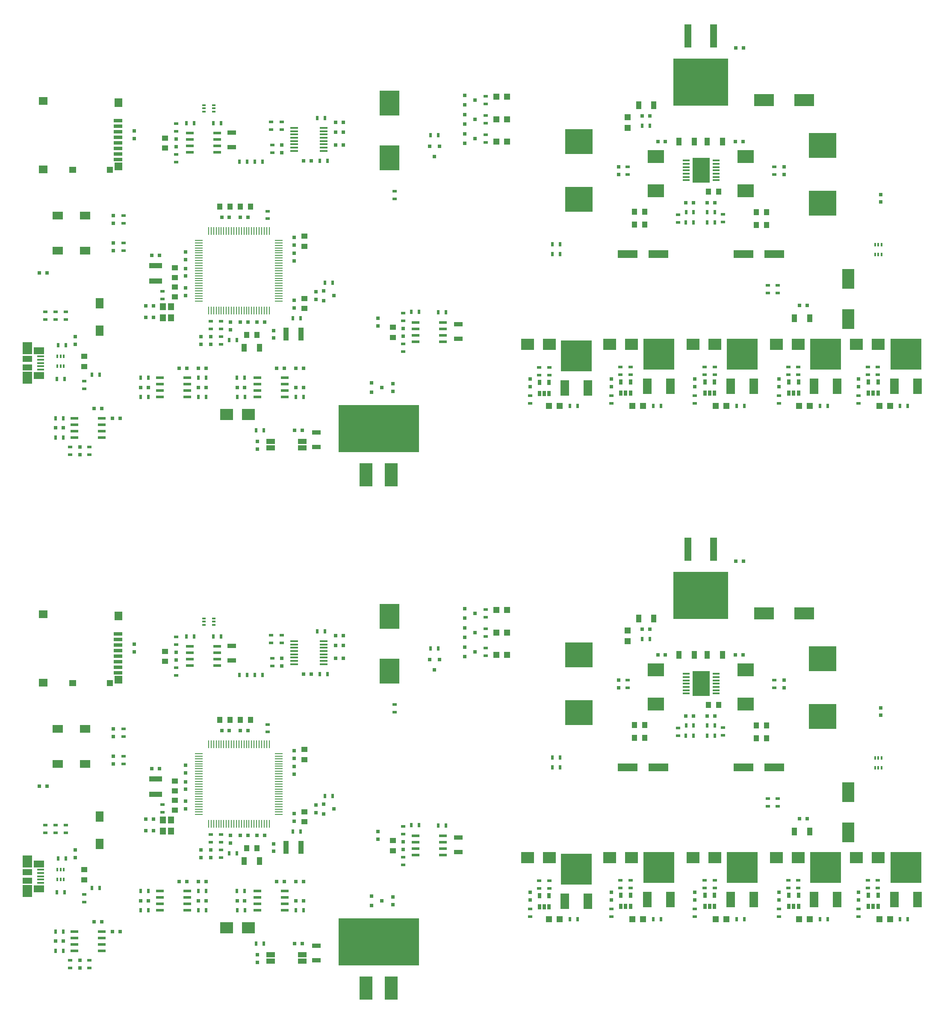
<source format=gbr>
G04 #@! TF.FileFunction,Paste,Top*
%FSLAX46Y46*%
G04 Gerber Fmt 4.6, Leading zero omitted, Abs format (unit mm)*
G04 Created by KiCad (PCBNEW 4.0.2-stable) date 4/20/2016 1:41:14 PM*
%MOMM*%
G01*
G04 APERTURE LIST*
%ADD10C,0.100000*%
%ADD11R,0.750000X0.800000*%
%ADD12R,1.250000X1.000000*%
%ADD13R,0.500000X0.900000*%
%ADD14R,2.500000X1.000000*%
%ADD15R,0.900000X0.500000*%
%ADD16R,1.700000X0.900000*%
%ADD17R,0.800100X0.800100*%
%ADD18R,1.500000X0.280000*%
%ADD19R,0.280000X1.500000*%
%ADD20R,0.398780X0.749300*%
%ADD21R,1.000000X1.250000*%
%ADD22R,4.000500X1.600200*%
%ADD23R,0.800000X0.750000*%
%ADD24R,1.450000X0.450000*%
%ADD25R,3.400000X5.000000*%
%ADD26R,3.299460X2.499360*%
%ADD27R,5.400040X5.000000*%
%ADD28R,4.000500X2.400300*%
%ADD29R,1.000000X1.600000*%
%ADD30R,1.198880X1.198880*%
%ADD31R,10.800000X9.400000*%
%ADD32R,1.390000X4.600000*%
%ADD33R,1.651000X3.048000*%
%ADD34R,6.096000X6.096000*%
%ADD35R,0.650000X1.060000*%
%ADD36R,2.499360X2.301240*%
%ADD37R,2.400300X4.000500*%
%ADD38R,1.500000X0.450000*%
%ADD39R,4.000000X5.000000*%
%ADD40R,1.000000X2.500000*%
%ADD41R,1.550000X0.600000*%
%ADD42R,1.700000X1.000000*%
%ADD43R,2.000000X1.600000*%
%ADD44R,0.749300X0.398780*%
%ADD45R,1.678940X0.800100*%
%ADD46R,1.300480X1.290320*%
%ADD47R,1.699260X1.501140*%
%ADD48R,1.501140X1.699260*%
%ADD49R,1.399540X1.290320*%
%ADD50R,1.501140X1.600200*%
%ADD51R,1.200000X1.400000*%
%ADD52R,1.600000X2.000000*%
%ADD53R,1.897380X1.173480*%
%ADD54R,1.897380X2.374900*%
%ADD55R,2.100580X1.473200*%
%ADD56R,1.379220X0.449580*%
%ADD57R,2.500000X4.600000*%
%ADD58R,15.880000X9.400000*%
G04 APERTURE END LIST*
D10*
D11*
X111252000Y-201156000D03*
X111252000Y-199656000D03*
D12*
X113284000Y-201279000D03*
X113284000Y-199279000D03*
D13*
X111010000Y-203200000D03*
X112510000Y-203200000D03*
D14*
X83820000Y-195810000D03*
X83820000Y-192810000D03*
D11*
X111252000Y-190385000D03*
X111252000Y-191885000D03*
D15*
X106045000Y-182015000D03*
X106045000Y-183515000D03*
D16*
X143764000Y-204417000D03*
X143764000Y-207317000D03*
D13*
X139839000Y-202057000D03*
X141339000Y-202057000D03*
D11*
X115570000Y-198005000D03*
X115570000Y-199505000D03*
D17*
X117109240Y-197805000D03*
X117109240Y-199705000D03*
X119108220Y-198755000D03*
D13*
X118860000Y-196215000D03*
X117360000Y-196215000D03*
D15*
X96774000Y-208395000D03*
X96774000Y-206895000D03*
D13*
X99937000Y-207518000D03*
X98437000Y-207518000D03*
D15*
X94742000Y-203847000D03*
X94742000Y-205347000D03*
X96774000Y-203847000D03*
X96774000Y-205347000D03*
D11*
X127889000Y-204712000D03*
X127889000Y-203212000D03*
D12*
X130810000Y-206994000D03*
X130810000Y-204994000D03*
D15*
X132842000Y-203696000D03*
X132842000Y-202196000D03*
D13*
X134505000Y-201930000D03*
X136005000Y-201930000D03*
D11*
X132842000Y-206744000D03*
X132842000Y-205244000D03*
X89797000Y-193360476D03*
X89797000Y-194860476D03*
D12*
X87630000Y-193183000D03*
X87630000Y-195183000D03*
D11*
X89789000Y-191631000D03*
X89789000Y-190131000D03*
D18*
X92430000Y-187802000D03*
X92430000Y-188302000D03*
X92430000Y-188802000D03*
X92430000Y-189302000D03*
X92430000Y-189802000D03*
X92430000Y-190302000D03*
X92430000Y-190802000D03*
X92430000Y-191302000D03*
X92430000Y-191802000D03*
X92430000Y-192302000D03*
X92430000Y-192802000D03*
X92430000Y-193302000D03*
X92430000Y-193802000D03*
X92430000Y-194302000D03*
X92430000Y-194802000D03*
X92430000Y-195302000D03*
X92430000Y-195802000D03*
X92430000Y-196302000D03*
X92430000Y-196802000D03*
X92430000Y-197302000D03*
X92430000Y-197802000D03*
X92430000Y-198302000D03*
X92430000Y-198802000D03*
X92430000Y-199302000D03*
X92430000Y-199802000D03*
D19*
X94330000Y-201702000D03*
X94830000Y-201702000D03*
X95330000Y-201702000D03*
X95830000Y-201702000D03*
X96330000Y-201702000D03*
X96830000Y-201702000D03*
X97330000Y-201702000D03*
X97830000Y-201702000D03*
X98330000Y-201702000D03*
X98830000Y-201702000D03*
X99330000Y-201702000D03*
X99830000Y-201702000D03*
X100330000Y-201702000D03*
X100830000Y-201702000D03*
X101330000Y-201702000D03*
X101830000Y-201702000D03*
X102330000Y-201702000D03*
X102830000Y-201702000D03*
X103330000Y-201702000D03*
X103830000Y-201702000D03*
X104330000Y-201702000D03*
X104830000Y-201702000D03*
X105330000Y-201702000D03*
X105830000Y-201702000D03*
X106330000Y-201702000D03*
D18*
X108230000Y-199802000D03*
X108230000Y-199302000D03*
X108230000Y-198802000D03*
X108230000Y-198302000D03*
X108230000Y-197802000D03*
X108230000Y-197302000D03*
X108230000Y-196802000D03*
X108230000Y-196302000D03*
X108230000Y-195802000D03*
X108230000Y-195302000D03*
X108230000Y-194802000D03*
X108230000Y-194302000D03*
X108230000Y-193802000D03*
X108230000Y-193302000D03*
X108230000Y-192802000D03*
X108230000Y-192302000D03*
X108230000Y-191802000D03*
X108230000Y-191302000D03*
X108230000Y-190802000D03*
X108230000Y-190302000D03*
X108230000Y-189802000D03*
X108230000Y-189302000D03*
X108230000Y-188802000D03*
X108230000Y-188302000D03*
X108230000Y-187802000D03*
D19*
X106330000Y-185902000D03*
X105830000Y-185902000D03*
X105330000Y-185902000D03*
X104830000Y-185902000D03*
X104330000Y-185902000D03*
X103830000Y-185902000D03*
X103330000Y-185902000D03*
X102830000Y-185902000D03*
X102330000Y-185902000D03*
X101830000Y-185902000D03*
X101330000Y-185902000D03*
X100830000Y-185902000D03*
X100330000Y-185902000D03*
X99830000Y-185902000D03*
X99330000Y-185902000D03*
X98830000Y-185902000D03*
X98330000Y-185902000D03*
X97830000Y-185902000D03*
X97330000Y-185902000D03*
X96830000Y-185902000D03*
X96330000Y-185902000D03*
X95830000Y-185902000D03*
X95330000Y-185902000D03*
X94830000Y-185902000D03*
X94330000Y-185902000D03*
D20*
X226298760Y-190560960D03*
X226949000Y-190560960D03*
X227599240Y-190560960D03*
X227599240Y-188661040D03*
X226949000Y-188661040D03*
X226298760Y-188661040D03*
D11*
X227457000Y-180213000D03*
X227457000Y-178713000D03*
D21*
X204835000Y-182245000D03*
X202835000Y-182245000D03*
D22*
X206377540Y-190500000D03*
X200276460Y-190500000D03*
D15*
X196215000Y-184150000D03*
X196215000Y-182650000D03*
D21*
X204835000Y-184785000D03*
X202835000Y-184785000D03*
D13*
X194552000Y-184277000D03*
X193052000Y-184277000D03*
X188861000Y-184277000D03*
X190361000Y-184277000D03*
X194552000Y-182245000D03*
X193052000Y-182245000D03*
D23*
X194552000Y-180340000D03*
X193052000Y-180340000D03*
D21*
X195310000Y-178181000D03*
X193310000Y-178181000D03*
D24*
X188923000Y-171995000D03*
X188923000Y-172645000D03*
X188923000Y-173295000D03*
X188923000Y-173945000D03*
X188923000Y-174595000D03*
X188923000Y-175245000D03*
X188923000Y-175895000D03*
X194823000Y-175895000D03*
X194823000Y-175245000D03*
X194823000Y-174595000D03*
X194823000Y-173945000D03*
X194823000Y-173295000D03*
X194823000Y-172645000D03*
X194823000Y-171995000D03*
D25*
X191873000Y-173945000D03*
D23*
X188861000Y-180340000D03*
X190361000Y-180340000D03*
D13*
X188873000Y-182245000D03*
X190373000Y-182245000D03*
D15*
X177292000Y-173240000D03*
X177292000Y-174740000D03*
D26*
X182880000Y-171223940D03*
X182880000Y-178026060D03*
D21*
X178705000Y-182118000D03*
X180705000Y-182118000D03*
X178705000Y-184658000D03*
X180705000Y-184658000D03*
D11*
X175514000Y-173240000D03*
X175514000Y-174740000D03*
D15*
X187325000Y-184265000D03*
X187325000Y-182765000D03*
D22*
X177289460Y-190500000D03*
X183390540Y-190500000D03*
D27*
X215900000Y-169037000D03*
X215900000Y-180467000D03*
D26*
X200660000Y-171223940D03*
X200660000Y-178026060D03*
D15*
X206375000Y-173240000D03*
X206375000Y-174740000D03*
D11*
X208280000Y-173240000D03*
X208280000Y-174740000D03*
D28*
X204279500Y-160020000D03*
X212280500Y-160020000D03*
D29*
X179475000Y-161036000D03*
X182475000Y-161036000D03*
D30*
X177292000Y-165514020D03*
X177292000Y-163415980D03*
D23*
X184785000Y-168275000D03*
X183285000Y-168275000D03*
X181725000Y-163195000D03*
X180225000Y-163195000D03*
D13*
X181725000Y-165100000D03*
X180225000Y-165100000D03*
D31*
X191770000Y-156470000D03*
D32*
X189230000Y-147320000D03*
X194310000Y-147320000D03*
D29*
X196064000Y-168275000D03*
X193064000Y-168275000D03*
X190476000Y-168275000D03*
X187476000Y-168275000D03*
D23*
X198767000Y-149733000D03*
X200267000Y-149733000D03*
X198640000Y-168275000D03*
X200140000Y-168275000D03*
D33*
X197739000Y-216662000D03*
D34*
X200025000Y-210312000D03*
D33*
X202311000Y-216662000D03*
D15*
X211074000Y-212864000D03*
X211074000Y-214364000D03*
X209169000Y-212864000D03*
X209169000Y-214364000D03*
D11*
X207264000Y-216777000D03*
X207264000Y-215277000D03*
D15*
X207264000Y-218579000D03*
X207264000Y-220079000D03*
D35*
X209235000Y-218016000D03*
X210185000Y-218016000D03*
X211135000Y-218016000D03*
X211135000Y-215816000D03*
X209235000Y-215816000D03*
D13*
X200394000Y-220599000D03*
X198894000Y-220599000D03*
D35*
X224983000Y-218016000D03*
X225933000Y-218016000D03*
X226883000Y-218016000D03*
X226883000Y-215816000D03*
X224983000Y-215816000D03*
D11*
X223012000Y-216777000D03*
X223012000Y-215277000D03*
D33*
X230124000Y-216662000D03*
D34*
X232410000Y-210312000D03*
D33*
X234696000Y-216662000D03*
X214249000Y-216662000D03*
D34*
X216535000Y-210312000D03*
D33*
X218821000Y-216662000D03*
D15*
X224917000Y-212864000D03*
X224917000Y-214364000D03*
X223012000Y-218579000D03*
X223012000Y-220079000D03*
X226822000Y-212864000D03*
X226822000Y-214364000D03*
D36*
X226938840Y-208407000D03*
X222641160Y-208407000D03*
D15*
X205105000Y-196735000D03*
X205105000Y-198235000D03*
D37*
X220980000Y-195389500D03*
X220980000Y-203390500D03*
D15*
X207010000Y-196735000D03*
X207010000Y-198235000D03*
D36*
X211063840Y-208407000D03*
X206766160Y-208407000D03*
D23*
X211340000Y-200660000D03*
X212840000Y-200660000D03*
D29*
X213360000Y-203200000D03*
X210360000Y-203200000D03*
D13*
X232767000Y-220599000D03*
X231267000Y-220599000D03*
X216904000Y-220599000D03*
X215404000Y-220599000D03*
D30*
X229268020Y-220599000D03*
X227169980Y-220599000D03*
X213393020Y-220599000D03*
X211294980Y-220599000D03*
X151350980Y-159385000D03*
X153449020Y-159385000D03*
D17*
X140015000Y-169179240D03*
X138115000Y-169179240D03*
X139065000Y-171178220D03*
D38*
X117138999Y-170090000D03*
X117138999Y-169440000D03*
X117138999Y-168790000D03*
X117138999Y-168140000D03*
X117138999Y-167490000D03*
X117138999Y-166840000D03*
X117138999Y-166190000D03*
X117138999Y-165540000D03*
X111238999Y-165540000D03*
X111238999Y-166190000D03*
X111238999Y-166840000D03*
X111238999Y-167490000D03*
X111238999Y-168140000D03*
X111238999Y-168790000D03*
X111238999Y-169440000D03*
X111238999Y-170090000D03*
D13*
X117844000Y-172085000D03*
X116344000Y-172085000D03*
X115836000Y-163576000D03*
X117336000Y-163576000D03*
D39*
X130175000Y-171455000D03*
X130175000Y-160655000D03*
D15*
X149225000Y-164580000D03*
X149225000Y-163080000D03*
D30*
X151350980Y-163830000D03*
X153449020Y-163830000D03*
D17*
X145049240Y-159070000D03*
X145049240Y-160970000D03*
X147048220Y-160020000D03*
D15*
X149225000Y-160770000D03*
X149225000Y-159270000D03*
D17*
X145049240Y-162880000D03*
X145049240Y-164780000D03*
X147048220Y-163830000D03*
D27*
X167640000Y-168275000D03*
X167640000Y-179705000D03*
D15*
X149225000Y-166890000D03*
X149225000Y-168390000D03*
D13*
X163945000Y-190500000D03*
X162445000Y-190500000D03*
X163945000Y-188595000D03*
X162445000Y-188595000D03*
D17*
X145049240Y-166690000D03*
X145049240Y-168590000D03*
X147048220Y-167640000D03*
D30*
X151350980Y-168275000D03*
X153449020Y-168275000D03*
D23*
X121019000Y-164465000D03*
X119519000Y-164465000D03*
X119519000Y-166370000D03*
X121019000Y-166370000D03*
D15*
X131191000Y-179566000D03*
X131191000Y-178066000D03*
D13*
X139815000Y-167005000D03*
X138315000Y-167005000D03*
D23*
X114669000Y-172085000D03*
X113169000Y-172085000D03*
D11*
X111252000Y-188710000D03*
X111252000Y-187210000D03*
D23*
X121019000Y-168910000D03*
X119519000Y-168910000D03*
D12*
X113284000Y-188960000D03*
X113284000Y-186960000D03*
D11*
X92837000Y-206895000D03*
X92837000Y-208395000D03*
X98679000Y-205474000D03*
X98679000Y-203974000D03*
D23*
X105398000Y-203962000D03*
X103898000Y-203962000D03*
D29*
X101370000Y-209042000D03*
X104370000Y-209042000D03*
D11*
X94742000Y-208395000D03*
X94742000Y-206895000D03*
D21*
X101870000Y-206502000D03*
X103870000Y-206502000D03*
D11*
X107188000Y-207137000D03*
X107188000Y-205637000D03*
D23*
X100596000Y-203962000D03*
X102096000Y-203962000D03*
D36*
X97927160Y-222250000D03*
X102224840Y-222250000D03*
D23*
X92341000Y-216916000D03*
X93841000Y-216916000D03*
D13*
X92341000Y-215011000D03*
X93841000Y-215011000D03*
D23*
X101473000Y-216916000D03*
X99973000Y-216916000D03*
D13*
X93841000Y-218821000D03*
X92341000Y-218821000D03*
D23*
X93841000Y-213106000D03*
X92341000Y-213106000D03*
D40*
X112625000Y-206375000D03*
X109625000Y-206375000D03*
D41*
X103980000Y-215011000D03*
X103980000Y-216281000D03*
X103980000Y-217551000D03*
X103980000Y-218821000D03*
X109380000Y-218821000D03*
X109380000Y-217551000D03*
X109380000Y-216281000D03*
X109380000Y-215011000D03*
D23*
X111645000Y-216916000D03*
X113145000Y-216916000D03*
D13*
X100001422Y-218821000D03*
X101501422Y-218821000D03*
D23*
X113145000Y-213106000D03*
X111645000Y-213106000D03*
X107835000Y-213106000D03*
X109335000Y-213106000D03*
D13*
X101461000Y-215011000D03*
X99961000Y-215011000D03*
X113145000Y-218821000D03*
X111645000Y-218821000D03*
D42*
X106603000Y-227584000D03*
X112903000Y-227584000D03*
X106603000Y-228854000D03*
X112903000Y-228854000D03*
D16*
X115697000Y-225806000D03*
X115697000Y-228706000D03*
D13*
X103771000Y-225425000D03*
X105271000Y-225425000D03*
D11*
X104013000Y-227596000D03*
X104013000Y-229096000D03*
D23*
X112891000Y-225425000D03*
X111391000Y-225425000D03*
D41*
X90632333Y-166542000D03*
X90632333Y-167812000D03*
X90632333Y-169082000D03*
X90632333Y-170352000D03*
X96032333Y-170352000D03*
X96032333Y-169082000D03*
X96032333Y-167812000D03*
X96032333Y-166542000D03*
D13*
X95262000Y-164592000D03*
X96762000Y-164592000D03*
D16*
X98933000Y-166444000D03*
X98933000Y-169344000D03*
D15*
X87884000Y-170815000D03*
X87884000Y-172315000D03*
D11*
X108839000Y-168922000D03*
X108839000Y-170422000D03*
D15*
X108839000Y-165850000D03*
X108839000Y-164350000D03*
X106680000Y-164350000D03*
X106680000Y-165850000D03*
X106934000Y-168922000D03*
X106934000Y-170422000D03*
D43*
X64450000Y-189865000D03*
X69850000Y-189865000D03*
X64450000Y-182880000D03*
X69850000Y-182880000D03*
D15*
X77470000Y-189853000D03*
X77470000Y-188353000D03*
D11*
X75438000Y-189853000D03*
X75438000Y-188353000D03*
X75438000Y-182892000D03*
X75438000Y-184392000D03*
D15*
X77470000Y-182892000D03*
X77470000Y-184392000D03*
D23*
X83058000Y-190754000D03*
X84558000Y-190754000D03*
D11*
X87884000Y-169279000D03*
X87884000Y-167779000D03*
D12*
X85725000Y-169529000D03*
X85725000Y-167529000D03*
D15*
X87884000Y-164731000D03*
X87884000Y-166231000D03*
D13*
X89928000Y-164592000D03*
X91428000Y-164592000D03*
D11*
X79629000Y-167628000D03*
X79629000Y-166128000D03*
D21*
X100600000Y-181102000D03*
X102600000Y-181102000D03*
X98536000Y-181102000D03*
X96536000Y-181102000D03*
D13*
X101969000Y-172212000D03*
X100469000Y-172212000D03*
D23*
X98438524Y-183269000D03*
X96938524Y-183269000D03*
D13*
X105017000Y-172212000D03*
X103517000Y-172212000D03*
D23*
X100596000Y-183261000D03*
X102096000Y-183261000D03*
D44*
X95310960Y-162321240D03*
X95310960Y-161671000D03*
X95310960Y-161020760D03*
X93411040Y-161020760D03*
X93411040Y-161671000D03*
X93411040Y-162321240D03*
D45*
X76354940Y-171787820D03*
X76354940Y-170688000D03*
X76354940Y-169588180D03*
X76354940Y-168488360D03*
X76354940Y-167386000D03*
X76354940Y-166286180D03*
X76354940Y-165186360D03*
X76354940Y-164086540D03*
D46*
X74795380Y-173842680D03*
D47*
X61595000Y-173736000D03*
D48*
X76446380Y-160538160D03*
D49*
X67396360Y-173842680D03*
D47*
X61595000Y-160238440D03*
D50*
X76446380Y-173197520D03*
D51*
X85306000Y-200957000D03*
X85306000Y-203157000D03*
X86906000Y-200957000D03*
X86906000Y-203157000D03*
D11*
X89789000Y-198743000D03*
X89789000Y-197243000D03*
D23*
X83427000Y-203073000D03*
X81927000Y-203073000D03*
D52*
X72771000Y-205646000D03*
X72771000Y-200246000D03*
D15*
X85217000Y-197878000D03*
X85217000Y-199378000D03*
D23*
X83427000Y-200787000D03*
X81927000Y-200787000D03*
D12*
X87630000Y-198993000D03*
X87630000Y-196993000D03*
D15*
X66929000Y-230239000D03*
X66929000Y-228739000D03*
D13*
X64020000Y-226822000D03*
X65520000Y-226822000D03*
D15*
X69723000Y-215658000D03*
X69723000Y-217158000D03*
D13*
X65774000Y-215265000D03*
X64274000Y-215265000D03*
X64516000Y-208534000D03*
X66016000Y-208534000D03*
D12*
X69723000Y-212772500D03*
X69723000Y-210772500D03*
D20*
X64373760Y-212658960D03*
X65024000Y-212658960D03*
X65674240Y-212658960D03*
X65674240Y-210759040D03*
X65024000Y-210759040D03*
X64373760Y-210759040D03*
D53*
X58420000Y-211251800D03*
X58420000Y-212928200D03*
D54*
X58420000Y-215003380D03*
X58420000Y-209176620D03*
D55*
X60718700Y-214551260D03*
X60718700Y-209628740D03*
D56*
X61079380Y-210789520D03*
X61079380Y-211439760D03*
X61079380Y-212090000D03*
X61079380Y-212740240D03*
X61079380Y-213390480D03*
D11*
X67945000Y-208395000D03*
X67945000Y-206895000D03*
D13*
X72759000Y-214376000D03*
X71259000Y-214376000D03*
D41*
X84676000Y-215011000D03*
X84676000Y-216281000D03*
X84676000Y-217551000D03*
X84676000Y-218821000D03*
X90076000Y-218821000D03*
X90076000Y-217551000D03*
X90076000Y-216281000D03*
X90076000Y-215011000D03*
D23*
X82411000Y-216916000D03*
X80911000Y-216916000D03*
X88531000Y-213106000D03*
X90031000Y-213106000D03*
D13*
X82411000Y-215011000D03*
X80911000Y-215011000D03*
X80911000Y-218821000D03*
X82411000Y-218821000D03*
D23*
X76823000Y-223012000D03*
X75323000Y-223012000D03*
D41*
X67785000Y-223012000D03*
X67785000Y-224282000D03*
X67785000Y-225552000D03*
X67785000Y-226822000D03*
X73185000Y-226822000D03*
X73185000Y-225552000D03*
X73185000Y-224282000D03*
X73185000Y-223012000D03*
D15*
X70739000Y-228739000D03*
X70739000Y-230239000D03*
D23*
X65520000Y-224917000D03*
X64020000Y-224917000D03*
X71640000Y-221107000D03*
X73140000Y-221107000D03*
D13*
X65520000Y-223012000D03*
X64020000Y-223012000D03*
D11*
X68834000Y-228739000D03*
X68834000Y-230239000D03*
D23*
X62345000Y-194233800D03*
X60845000Y-194233800D03*
D15*
X66040000Y-201942000D03*
X66040000Y-203442000D03*
X64008000Y-201942000D03*
X64008000Y-203442000D03*
X61976000Y-201942000D03*
X61976000Y-203442000D03*
D57*
X130516000Y-234188000D03*
D58*
X128016000Y-225038000D03*
D57*
X125476000Y-234188000D03*
D11*
X130810000Y-217666000D03*
X130810000Y-216166000D03*
D41*
X135349000Y-204089000D03*
X135349000Y-205359000D03*
X135349000Y-206629000D03*
X135349000Y-207899000D03*
X140749000Y-207899000D03*
X140749000Y-206629000D03*
X140749000Y-205359000D03*
X140749000Y-204089000D03*
D15*
X132842000Y-208292000D03*
X132842000Y-209792000D03*
D17*
X126634240Y-215966000D03*
X126634240Y-217866000D03*
X128633220Y-216916000D03*
D35*
X159832000Y-218143000D03*
X160782000Y-218143000D03*
X161732000Y-218143000D03*
X161732000Y-215943000D03*
X159832000Y-215943000D03*
D15*
X157988000Y-218579000D03*
X157988000Y-220079000D03*
D33*
X164846000Y-217043000D03*
D34*
X167132000Y-210693000D03*
D33*
X169418000Y-217043000D03*
D15*
X159766000Y-212991000D03*
X159766000Y-214491000D03*
D11*
X157988000Y-216777000D03*
X157988000Y-215277000D03*
D36*
X161787840Y-208407000D03*
X157490160Y-208407000D03*
D15*
X161798000Y-212991000D03*
X161798000Y-214491000D03*
D35*
X175961000Y-218016000D03*
X176911000Y-218016000D03*
X177861000Y-218016000D03*
X177861000Y-215816000D03*
X175961000Y-215816000D03*
D36*
X178043840Y-208407000D03*
X173746160Y-208407000D03*
D15*
X174117000Y-218579000D03*
X174117000Y-220079000D03*
D11*
X174117000Y-216777000D03*
X174117000Y-215277000D03*
D15*
X175895000Y-212864000D03*
X175895000Y-214364000D03*
X177927000Y-212864000D03*
X177927000Y-214364000D03*
D33*
X181229000Y-216662000D03*
D34*
X183515000Y-210312000D03*
D33*
X185801000Y-216662000D03*
D13*
X167374000Y-220599000D03*
X165874000Y-220599000D03*
X183884000Y-220599000D03*
X182384000Y-220599000D03*
D30*
X180373020Y-220599000D03*
X178274980Y-220599000D03*
X163863020Y-220599000D03*
X161764980Y-220599000D03*
D35*
X192598000Y-218016000D03*
X193548000Y-218016000D03*
X194498000Y-218016000D03*
X194498000Y-215816000D03*
X192598000Y-215816000D03*
D15*
X194564000Y-212864000D03*
X194564000Y-214364000D03*
X190627000Y-218579000D03*
X190627000Y-220079000D03*
D11*
X190627000Y-216777000D03*
X190627000Y-215277000D03*
D15*
X192532000Y-212876000D03*
X192532000Y-214376000D03*
D30*
X196883020Y-220599000D03*
X194784980Y-220599000D03*
D36*
X194553840Y-208407000D03*
X190256160Y-208407000D03*
D16*
X98933000Y-64844000D03*
X98933000Y-67744000D03*
D17*
X126634240Y-114366000D03*
X126634240Y-116266000D03*
X128633220Y-115316000D03*
D18*
X92430000Y-86202000D03*
X92430000Y-86702000D03*
X92430000Y-87202000D03*
X92430000Y-87702000D03*
X92430000Y-88202000D03*
X92430000Y-88702000D03*
X92430000Y-89202000D03*
X92430000Y-89702000D03*
X92430000Y-90202000D03*
X92430000Y-90702000D03*
X92430000Y-91202000D03*
X92430000Y-91702000D03*
X92430000Y-92202000D03*
X92430000Y-92702000D03*
X92430000Y-93202000D03*
X92430000Y-93702000D03*
X92430000Y-94202000D03*
X92430000Y-94702000D03*
X92430000Y-95202000D03*
X92430000Y-95702000D03*
X92430000Y-96202000D03*
X92430000Y-96702000D03*
X92430000Y-97202000D03*
X92430000Y-97702000D03*
X92430000Y-98202000D03*
D19*
X94330000Y-100102000D03*
X94830000Y-100102000D03*
X95330000Y-100102000D03*
X95830000Y-100102000D03*
X96330000Y-100102000D03*
X96830000Y-100102000D03*
X97330000Y-100102000D03*
X97830000Y-100102000D03*
X98330000Y-100102000D03*
X98830000Y-100102000D03*
X99330000Y-100102000D03*
X99830000Y-100102000D03*
X100330000Y-100102000D03*
X100830000Y-100102000D03*
X101330000Y-100102000D03*
X101830000Y-100102000D03*
X102330000Y-100102000D03*
X102830000Y-100102000D03*
X103330000Y-100102000D03*
X103830000Y-100102000D03*
X104330000Y-100102000D03*
X104830000Y-100102000D03*
X105330000Y-100102000D03*
X105830000Y-100102000D03*
X106330000Y-100102000D03*
D18*
X108230000Y-98202000D03*
X108230000Y-97702000D03*
X108230000Y-97202000D03*
X108230000Y-96702000D03*
X108230000Y-96202000D03*
X108230000Y-95702000D03*
X108230000Y-95202000D03*
X108230000Y-94702000D03*
X108230000Y-94202000D03*
X108230000Y-93702000D03*
X108230000Y-93202000D03*
X108230000Y-92702000D03*
X108230000Y-92202000D03*
X108230000Y-91702000D03*
X108230000Y-91202000D03*
X108230000Y-90702000D03*
X108230000Y-90202000D03*
X108230000Y-89702000D03*
X108230000Y-89202000D03*
X108230000Y-88702000D03*
X108230000Y-88202000D03*
X108230000Y-87702000D03*
X108230000Y-87202000D03*
X108230000Y-86702000D03*
X108230000Y-86202000D03*
D19*
X106330000Y-84302000D03*
X105830000Y-84302000D03*
X105330000Y-84302000D03*
X104830000Y-84302000D03*
X104330000Y-84302000D03*
X103830000Y-84302000D03*
X103330000Y-84302000D03*
X102830000Y-84302000D03*
X102330000Y-84302000D03*
X101830000Y-84302000D03*
X101330000Y-84302000D03*
X100830000Y-84302000D03*
X100330000Y-84302000D03*
X99830000Y-84302000D03*
X99330000Y-84302000D03*
X98830000Y-84302000D03*
X98330000Y-84302000D03*
X97830000Y-84302000D03*
X97330000Y-84302000D03*
X96830000Y-84302000D03*
X96330000Y-84302000D03*
X95830000Y-84302000D03*
X95330000Y-84302000D03*
X94830000Y-84302000D03*
X94330000Y-84302000D03*
D11*
X130810000Y-116066000D03*
X130810000Y-114566000D03*
D23*
X83427000Y-99187000D03*
X81927000Y-99187000D03*
X100596000Y-102362000D03*
X102096000Y-102362000D03*
D12*
X87630000Y-91583000D03*
X87630000Y-93583000D03*
D30*
X163863020Y-118999000D03*
X161764980Y-118999000D03*
X180373020Y-118999000D03*
X178274980Y-118999000D03*
X196883020Y-118999000D03*
X194784980Y-118999000D03*
X213393020Y-118999000D03*
X211294980Y-118999000D03*
X229268020Y-118999000D03*
X227169980Y-118999000D03*
D13*
X139815000Y-65405000D03*
X138315000Y-65405000D03*
D15*
X77470000Y-81292000D03*
X77470000Y-82792000D03*
X77470000Y-88253000D03*
X77470000Y-86753000D03*
D13*
X105017000Y-70612000D03*
X103517000Y-70612000D03*
X101969000Y-70612000D03*
X100469000Y-70612000D03*
D15*
X66040000Y-100342000D03*
X66040000Y-101842000D03*
X64008000Y-100342000D03*
X64008000Y-101842000D03*
X61976000Y-100342000D03*
X61976000Y-101842000D03*
D13*
X64516000Y-106934000D03*
X66016000Y-106934000D03*
D15*
X106934000Y-67322000D03*
X106934000Y-68822000D03*
X106680000Y-62750000D03*
X106680000Y-64250000D03*
D13*
X115836000Y-61976000D03*
X117336000Y-61976000D03*
X117844000Y-70485000D03*
X116344000Y-70485000D03*
D15*
X108839000Y-64250000D03*
X108839000Y-62750000D03*
X161798000Y-111391000D03*
X161798000Y-112891000D03*
X177927000Y-111264000D03*
X177927000Y-112764000D03*
X157988000Y-116979000D03*
X157988000Y-118479000D03*
X174117000Y-116979000D03*
X174117000Y-118479000D03*
X159766000Y-111391000D03*
X159766000Y-112891000D03*
X175895000Y-111264000D03*
X175895000Y-112764000D03*
D13*
X167374000Y-118999000D03*
X165874000Y-118999000D03*
X183884000Y-118999000D03*
X182384000Y-118999000D03*
D15*
X194564000Y-111264000D03*
X194564000Y-112764000D03*
X211074000Y-111264000D03*
X211074000Y-112764000D03*
X190627000Y-116979000D03*
X190627000Y-118479000D03*
X207264000Y-116979000D03*
X207264000Y-118479000D03*
X192532000Y-111276000D03*
X192532000Y-112776000D03*
X209169000Y-111264000D03*
X209169000Y-112764000D03*
D13*
X200394000Y-118999000D03*
X198894000Y-118999000D03*
X216904000Y-118999000D03*
X215404000Y-118999000D03*
D15*
X226822000Y-111264000D03*
X226822000Y-112764000D03*
X223012000Y-116979000D03*
X223012000Y-118479000D03*
X224917000Y-111264000D03*
X224917000Y-112764000D03*
D13*
X232767000Y-118999000D03*
X231267000Y-118999000D03*
X113145000Y-117221000D03*
X111645000Y-117221000D03*
X100001422Y-117221000D03*
X101501422Y-117221000D03*
X101461000Y-113411000D03*
X99961000Y-113411000D03*
X80911000Y-117221000D03*
X82411000Y-117221000D03*
X82411000Y-113411000D03*
X80911000Y-113411000D03*
X93841000Y-117221000D03*
X92341000Y-117221000D03*
X103771000Y-123825000D03*
X105271000Y-123825000D03*
X92341000Y-113411000D03*
X93841000Y-113411000D03*
D16*
X115697000Y-124206000D03*
X115697000Y-127106000D03*
D13*
X64020000Y-125222000D03*
X65520000Y-125222000D03*
X65520000Y-121412000D03*
X64020000Y-121412000D03*
D15*
X66929000Y-128639000D03*
X66929000Y-127139000D03*
X70739000Y-127139000D03*
X70739000Y-128639000D03*
X106045000Y-80415000D03*
X106045000Y-81915000D03*
D13*
X118860000Y-94615000D03*
X117360000Y-94615000D03*
D15*
X85217000Y-96278000D03*
X85217000Y-97778000D03*
D13*
X111010000Y-101600000D03*
X112510000Y-101600000D03*
X72759000Y-112776000D03*
X71259000Y-112776000D03*
D15*
X94742000Y-102247000D03*
X94742000Y-103747000D03*
X96774000Y-102247000D03*
X96774000Y-103747000D03*
D13*
X99937000Y-105918000D03*
X98437000Y-105918000D03*
D15*
X96774000Y-106795000D03*
X96774000Y-105295000D03*
D52*
X72771000Y-104046000D03*
X72771000Y-98646000D03*
D43*
X64450000Y-81280000D03*
X69850000Y-81280000D03*
X64450000Y-88265000D03*
X69850000Y-88265000D03*
D24*
X188923000Y-70395000D03*
X188923000Y-71045000D03*
X188923000Y-71695000D03*
X188923000Y-72345000D03*
X188923000Y-72995000D03*
X188923000Y-73645000D03*
X188923000Y-74295000D03*
X194823000Y-74295000D03*
X194823000Y-73645000D03*
X194823000Y-72995000D03*
X194823000Y-72345000D03*
X194823000Y-71695000D03*
X194823000Y-71045000D03*
X194823000Y-70395000D03*
D25*
X191873000Y-72345000D03*
D38*
X117138999Y-68490000D03*
X117138999Y-67840000D03*
X117138999Y-67190000D03*
X117138999Y-66540000D03*
X117138999Y-65890000D03*
X117138999Y-65240000D03*
X117138999Y-64590000D03*
X117138999Y-63940000D03*
X111238999Y-63940000D03*
X111238999Y-64590000D03*
X111238999Y-65240000D03*
X111238999Y-65890000D03*
X111238999Y-66540000D03*
X111238999Y-67190000D03*
X111238999Y-67840000D03*
X111238999Y-68490000D03*
D41*
X135349000Y-102489000D03*
X135349000Y-103759000D03*
X135349000Y-105029000D03*
X135349000Y-106299000D03*
X140749000Y-106299000D03*
X140749000Y-105029000D03*
X140749000Y-103759000D03*
X140749000Y-102489000D03*
X90632333Y-64942000D03*
X90632333Y-66212000D03*
X90632333Y-67482000D03*
X90632333Y-68752000D03*
X96032333Y-68752000D03*
X96032333Y-67482000D03*
X96032333Y-66212000D03*
X96032333Y-64942000D03*
D11*
X67945000Y-106795000D03*
X67945000Y-105295000D03*
X227457000Y-78613000D03*
X227457000Y-77113000D03*
D23*
X62345000Y-92633800D03*
X60845000Y-92633800D03*
D11*
X79629000Y-66028000D03*
X79629000Y-64528000D03*
D12*
X85725000Y-67929000D03*
X85725000Y-65929000D03*
D37*
X220980000Y-93789500D03*
X220980000Y-101790500D03*
D28*
X204279500Y-58420000D03*
X212280500Y-58420000D03*
D23*
X181725000Y-61595000D03*
X180225000Y-61595000D03*
X198767000Y-48133000D03*
X200267000Y-48133000D03*
D29*
X190476000Y-66675000D03*
X187476000Y-66675000D03*
X196064000Y-66675000D03*
X193064000Y-66675000D03*
D23*
X184785000Y-66675000D03*
X183285000Y-66675000D03*
X198640000Y-66675000D03*
X200140000Y-66675000D03*
D11*
X175514000Y-71640000D03*
X175514000Y-73140000D03*
X208280000Y-71640000D03*
X208280000Y-73140000D03*
D21*
X178705000Y-83058000D03*
X180705000Y-83058000D03*
X178705000Y-80518000D03*
X180705000Y-80518000D03*
D22*
X177289460Y-88900000D03*
X183390540Y-88900000D03*
D21*
X195310000Y-76581000D03*
X193310000Y-76581000D03*
D22*
X206377540Y-88900000D03*
X200276460Y-88900000D03*
D21*
X204835000Y-83185000D03*
X202835000Y-83185000D03*
X204835000Y-80645000D03*
X202835000Y-80645000D03*
D23*
X188861000Y-78740000D03*
X190361000Y-78740000D03*
X194552000Y-78740000D03*
X193052000Y-78740000D03*
D11*
X108839000Y-67322000D03*
X108839000Y-68822000D03*
D23*
X121019000Y-67310000D03*
X119519000Y-67310000D03*
X114669000Y-70485000D03*
X113169000Y-70485000D03*
X119519000Y-64770000D03*
X121019000Y-64770000D03*
X121019000Y-62865000D03*
X119519000Y-62865000D03*
D12*
X130810000Y-105394000D03*
X130810000Y-103394000D03*
D11*
X127889000Y-103112000D03*
X127889000Y-101612000D03*
X132842000Y-105144000D03*
X132842000Y-103644000D03*
X87884000Y-67679000D03*
X87884000Y-66179000D03*
X75438000Y-81292000D03*
X75438000Y-82792000D03*
X75438000Y-88253000D03*
X75438000Y-86753000D03*
X157988000Y-115177000D03*
X157988000Y-113677000D03*
X174117000Y-115177000D03*
X174117000Y-113677000D03*
X190627000Y-115177000D03*
X190627000Y-113677000D03*
X207264000Y-115177000D03*
X207264000Y-113677000D03*
X223012000Y-115177000D03*
X223012000Y-113677000D03*
D23*
X107835000Y-111506000D03*
X109335000Y-111506000D03*
X113145000Y-111506000D03*
X111645000Y-111506000D03*
X101473000Y-115316000D03*
X99973000Y-115316000D03*
X111645000Y-115316000D03*
X113145000Y-115316000D03*
X71640000Y-119507000D03*
X73140000Y-119507000D03*
X82411000Y-115316000D03*
X80911000Y-115316000D03*
X88531000Y-111506000D03*
X90031000Y-111506000D03*
D11*
X104013000Y-125996000D03*
X104013000Y-127496000D03*
D23*
X92341000Y-115316000D03*
X93841000Y-115316000D03*
X76823000Y-121412000D03*
X75323000Y-121412000D03*
X112891000Y-123825000D03*
X111391000Y-123825000D03*
X65520000Y-123317000D03*
X64020000Y-123317000D03*
X93841000Y-111506000D03*
X92341000Y-111506000D03*
D11*
X68834000Y-127139000D03*
X68834000Y-128639000D03*
X115570000Y-96405000D03*
X115570000Y-97905000D03*
D23*
X83058000Y-89154000D03*
X84558000Y-89154000D03*
D11*
X89789000Y-97143000D03*
X89789000Y-95643000D03*
D12*
X87630000Y-97393000D03*
X87630000Y-95393000D03*
D11*
X111252000Y-99556000D03*
X111252000Y-98056000D03*
X107188000Y-105537000D03*
X107188000Y-104037000D03*
D12*
X113284000Y-99679000D03*
X113284000Y-97679000D03*
D23*
X83427000Y-101473000D03*
X81927000Y-101473000D03*
X98438524Y-81669000D03*
X96938524Y-81669000D03*
D11*
X89797000Y-91760476D03*
X89797000Y-93260476D03*
X111252000Y-87110000D03*
X111252000Y-85610000D03*
D21*
X98536000Y-79502000D03*
X96536000Y-79502000D03*
D12*
X113284000Y-87360000D03*
X113284000Y-85360000D03*
D21*
X101870000Y-104902000D03*
X103870000Y-104902000D03*
D29*
X101370000Y-107442000D03*
X104370000Y-107442000D03*
D11*
X94742000Y-106795000D03*
X94742000Y-105295000D03*
D23*
X105398000Y-102362000D03*
X103898000Y-102362000D03*
D11*
X98679000Y-103874000D03*
X98679000Y-102374000D03*
X89789000Y-90031000D03*
X89789000Y-88531000D03*
X111252000Y-88785000D03*
X111252000Y-90285000D03*
D23*
X100596000Y-81661000D03*
X102096000Y-81661000D03*
D21*
X100600000Y-79502000D03*
X102600000Y-79502000D03*
D11*
X92837000Y-105295000D03*
X92837000Y-106795000D03*
D26*
X182880000Y-69623940D03*
X182880000Y-76426060D03*
X200660000Y-69623940D03*
X200660000Y-76426060D03*
D30*
X151350980Y-57785000D03*
X153449020Y-57785000D03*
X151350980Y-62230000D03*
X153449020Y-62230000D03*
X151350980Y-66675000D03*
X153449020Y-66675000D03*
X177292000Y-63914020D03*
X177292000Y-61815980D03*
D36*
X161787840Y-106807000D03*
X157490160Y-106807000D03*
X178043840Y-106807000D03*
X173746160Y-106807000D03*
X194553840Y-106807000D03*
X190256160Y-106807000D03*
X211063840Y-106807000D03*
X206766160Y-106807000D03*
X226938840Y-106807000D03*
X222641160Y-106807000D03*
X97927160Y-120650000D03*
X102224840Y-120650000D03*
D17*
X140015000Y-67579240D03*
X138115000Y-67579240D03*
X139065000Y-69578220D03*
X145049240Y-57470000D03*
X145049240Y-59370000D03*
X147048220Y-58420000D03*
X145049240Y-61280000D03*
X145049240Y-63180000D03*
X147048220Y-62230000D03*
X145049240Y-65090000D03*
X145049240Y-66990000D03*
X147048220Y-66040000D03*
D33*
X164846000Y-115443000D03*
D34*
X167132000Y-109093000D03*
D33*
X169418000Y-115443000D03*
X181229000Y-115062000D03*
D34*
X183515000Y-108712000D03*
D33*
X185801000Y-115062000D03*
X197739000Y-115062000D03*
D34*
X200025000Y-108712000D03*
D33*
X202311000Y-115062000D03*
X214249000Y-115062000D03*
D34*
X216535000Y-108712000D03*
D33*
X218821000Y-115062000D03*
X230124000Y-115062000D03*
D34*
X232410000Y-108712000D03*
D33*
X234696000Y-115062000D03*
D13*
X163945000Y-86995000D03*
X162445000Y-86995000D03*
D15*
X205105000Y-95135000D03*
X205105000Y-96635000D03*
D13*
X163945000Y-88900000D03*
X162445000Y-88900000D03*
D15*
X207010000Y-95135000D03*
X207010000Y-96635000D03*
X187325000Y-82665000D03*
X187325000Y-81165000D03*
X196215000Y-82550000D03*
X196215000Y-81050000D03*
X177292000Y-71640000D03*
X177292000Y-73140000D03*
X206375000Y-71640000D03*
X206375000Y-73140000D03*
D13*
X188873000Y-80645000D03*
X190373000Y-80645000D03*
X194552000Y-80645000D03*
X193052000Y-80645000D03*
X188861000Y-82677000D03*
X190361000Y-82677000D03*
X194552000Y-82677000D03*
X193052000Y-82677000D03*
X134505000Y-100330000D03*
X136005000Y-100330000D03*
D15*
X132842000Y-102096000D03*
X132842000Y-100596000D03*
X132842000Y-106692000D03*
X132842000Y-108192000D03*
D13*
X139839000Y-100457000D03*
X141339000Y-100457000D03*
X89928000Y-62992000D03*
X91428000Y-62992000D03*
D15*
X87884000Y-63131000D03*
X87884000Y-64631000D03*
X87884000Y-69215000D03*
X87884000Y-70715000D03*
D13*
X95262000Y-62992000D03*
X96762000Y-62992000D03*
D15*
X149225000Y-59170000D03*
X149225000Y-57670000D03*
X149225000Y-62980000D03*
X149225000Y-61480000D03*
X149225000Y-65290000D03*
X149225000Y-66790000D03*
D13*
X181725000Y-63500000D03*
X180225000Y-63500000D03*
D15*
X131191000Y-77966000D03*
X131191000Y-76466000D03*
D35*
X159832000Y-116543000D03*
X160782000Y-116543000D03*
X161732000Y-116543000D03*
X161732000Y-114343000D03*
X159832000Y-114343000D03*
X175961000Y-116416000D03*
X176911000Y-116416000D03*
X177861000Y-116416000D03*
X177861000Y-114216000D03*
X175961000Y-114216000D03*
X192598000Y-116416000D03*
X193548000Y-116416000D03*
X194498000Y-116416000D03*
X194498000Y-114216000D03*
X192598000Y-114216000D03*
X209235000Y-116416000D03*
X210185000Y-116416000D03*
X211135000Y-116416000D03*
X211135000Y-114216000D03*
X209235000Y-114216000D03*
X224983000Y-116416000D03*
X225933000Y-116416000D03*
X226883000Y-116416000D03*
X226883000Y-114216000D03*
X224983000Y-114216000D03*
D41*
X103980000Y-113411000D03*
X103980000Y-114681000D03*
X103980000Y-115951000D03*
X103980000Y-117221000D03*
X109380000Y-117221000D03*
X109380000Y-115951000D03*
X109380000Y-114681000D03*
X109380000Y-113411000D03*
X84676000Y-113411000D03*
X84676000Y-114681000D03*
X84676000Y-115951000D03*
X84676000Y-117221000D03*
X90076000Y-117221000D03*
X90076000Y-115951000D03*
X90076000Y-114681000D03*
X90076000Y-113411000D03*
X67785000Y-121412000D03*
X67785000Y-122682000D03*
X67785000Y-123952000D03*
X67785000Y-125222000D03*
X73185000Y-125222000D03*
X73185000Y-123952000D03*
X73185000Y-122682000D03*
X73185000Y-121412000D03*
D17*
X117109240Y-96205000D03*
X117109240Y-98105000D03*
X119108220Y-97155000D03*
D29*
X179475000Y-59436000D03*
X182475000Y-59436000D03*
D23*
X211340000Y-99060000D03*
X212840000Y-99060000D03*
D29*
X213360000Y-101600000D03*
X210360000Y-101600000D03*
D31*
X191770000Y-54870000D03*
D32*
X189230000Y-45720000D03*
X194310000Y-45720000D03*
D53*
X58420000Y-109651800D03*
X58420000Y-111328200D03*
D54*
X58420000Y-113403380D03*
X58420000Y-107576620D03*
D55*
X60718700Y-112951260D03*
X60718700Y-108028740D03*
D56*
X61079380Y-109189520D03*
X61079380Y-109839760D03*
X61079380Y-110490000D03*
X61079380Y-111140240D03*
X61079380Y-111790480D03*
D57*
X130516000Y-132588000D03*
D58*
X128016000Y-123438000D03*
D57*
X125476000Y-132588000D03*
D51*
X85306000Y-99357000D03*
X85306000Y-101557000D03*
X86906000Y-99357000D03*
X86906000Y-101557000D03*
D20*
X226298760Y-88960960D03*
X226949000Y-88960960D03*
X227599240Y-88960960D03*
X227599240Y-87061040D03*
X226949000Y-87061040D03*
X226298760Y-87061040D03*
D44*
X95310960Y-60721240D03*
X95310960Y-60071000D03*
X95310960Y-59420760D03*
X93411040Y-59420760D03*
X93411040Y-60071000D03*
X93411040Y-60721240D03*
D20*
X64373760Y-111058960D03*
X65024000Y-111058960D03*
X65674240Y-111058960D03*
X65674240Y-109159040D03*
X65024000Y-109159040D03*
X64373760Y-109159040D03*
D12*
X69723000Y-111172500D03*
X69723000Y-109172500D03*
D14*
X83820000Y-94210000D03*
X83820000Y-91210000D03*
D40*
X112625000Y-104775000D03*
X109625000Y-104775000D03*
D39*
X130175000Y-69855000D03*
X130175000Y-59055000D03*
D42*
X106603000Y-125984000D03*
X112903000Y-125984000D03*
X106603000Y-127254000D03*
X112903000Y-127254000D03*
D16*
X143764000Y-102817000D03*
X143764000Y-105717000D03*
D13*
X65774000Y-113665000D03*
X64274000Y-113665000D03*
D45*
X76354940Y-70187820D03*
X76354940Y-69088000D03*
X76354940Y-67988180D03*
X76354940Y-66888360D03*
X76354940Y-65786000D03*
X76354940Y-64686180D03*
X76354940Y-63586360D03*
X76354940Y-62486540D03*
D46*
X74795380Y-72242680D03*
D47*
X61595000Y-72136000D03*
D48*
X76446380Y-58938160D03*
D49*
X67396360Y-72242680D03*
D47*
X61595000Y-58638440D03*
D50*
X76446380Y-71597520D03*
D15*
X69723000Y-114058000D03*
X69723000Y-115558000D03*
D27*
X167640000Y-66675000D03*
X167640000Y-78105000D03*
X215900000Y-67437000D03*
X215900000Y-78867000D03*
M02*

</source>
